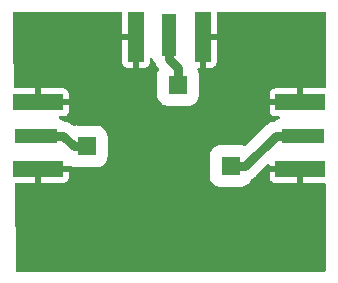
<source format=gbr>
%TF.GenerationSoftware,KiCad,Pcbnew,7.0.1*%
%TF.CreationDate,2023-06-22T18:49:49-04:00*%
%TF.ProjectId,injection-t,696e6a65-6374-4696-9f6e-2d742e6b6963,1*%
%TF.SameCoordinates,Original*%
%TF.FileFunction,Copper,L1,Top*%
%TF.FilePolarity,Positive*%
%FSLAX46Y46*%
G04 Gerber Fmt 4.6, Leading zero omitted, Abs format (unit mm)*
G04 Created by KiCad (PCBNEW 7.0.1) date 2023-06-22 18:49:49*
%MOMM*%
%LPD*%
G01*
G04 APERTURE LIST*
%TA.AperFunction,ComponentPad*%
%ADD10C,1.016000*%
%TD*%
%TA.AperFunction,SMDPad,CuDef*%
%ADD11R,1.524000X1.524000*%
%TD*%
%TA.AperFunction,SMDPad,CuDef*%
%ADD12R,6.731000X4.191000*%
%TD*%
%TA.AperFunction,SMDPad,CuDef*%
%ADD13R,11.176000X5.969000*%
%TD*%
%TA.AperFunction,SMDPad,CuDef*%
%ADD14R,8.636000X3.556000*%
%TD*%
%TA.AperFunction,SMDPad,CuDef*%
%ADD15R,3.556000X1.651000*%
%TD*%
%TA.AperFunction,SMDPad,CuDef*%
%ADD16R,3.429000X5.842000*%
%TD*%
%TA.AperFunction,SMDPad,CuDef*%
%ADD17R,2.540000X4.318000*%
%TD*%
%TA.AperFunction,SMDPad,CuDef*%
%ADD18R,3.600000X1.270000*%
%TD*%
%TA.AperFunction,SMDPad,CuDef*%
%ADD19R,4.200000X1.350000*%
%TD*%
%TA.AperFunction,SMDPad,CuDef*%
%ADD20R,1.270000X3.600000*%
%TD*%
%TA.AperFunction,SMDPad,CuDef*%
%ADD21R,1.350000X4.200000*%
%TD*%
%TA.AperFunction,ViaPad*%
%ADD22C,0.800000*%
%TD*%
%TA.AperFunction,Conductor*%
%ADD23C,0.800000*%
%TD*%
G04 APERTURE END LIST*
D10*
%TO.P,U1,1,GND*%
%TO.N,GND*%
X134753000Y-103602000D03*
D11*
X134753000Y-104872000D03*
D10*
X134753000Y-111222000D03*
X136150000Y-102205000D03*
X136150000Y-104872000D03*
X136150000Y-109952000D03*
X136150000Y-112492000D03*
X136150000Y-114397000D03*
X137293000Y-106142000D03*
X137293000Y-108682000D03*
D12*
X137356500Y-103538500D03*
D10*
X137420000Y-103602000D03*
X137420000Y-113000000D03*
X138690000Y-102205000D03*
X138690000Y-114397000D03*
D13*
X139579000Y-112174500D03*
D10*
X139960000Y-103602000D03*
X139960000Y-113000000D03*
D14*
X140849000Y-107412000D03*
D10*
X140849000Y-108301000D03*
X141230000Y-104745000D03*
X141230000Y-114397000D03*
D15*
X142500000Y-104808500D03*
D10*
X142500000Y-113000000D03*
X143770000Y-104745000D03*
X143770000Y-114397000D03*
X144405000Y-107793000D03*
X144405000Y-110333000D03*
X145040000Y-113000000D03*
X145548000Y-103602000D03*
X145548000Y-106523000D03*
X145548000Y-111603000D03*
D16*
X145992500Y-104364000D03*
D10*
X146310000Y-102205000D03*
X146310000Y-114397000D03*
D17*
X146437000Y-113000000D03*
D10*
X146945000Y-105253000D03*
X146945000Y-112873000D03*
D11*
%TO.P,U1,2,COM*%
%TO.N,Net-(J3-In)*%
X134753000Y-107412000D03*
%TO.P,U1,3,GND*%
%TO.N,GND*%
X134753000Y-109952000D03*
%TO.P,U1,4,GND*%
X134753000Y-112492000D03*
%TO.P,U1,5,GND*%
X137420000Y-114397000D03*
%TO.P,U1,6,GND*%
X139960000Y-114397000D03*
%TO.P,U1,7,GND*%
X142500000Y-114397000D03*
%TO.P,U1,8,GND*%
X145040000Y-114397000D03*
%TO.P,U1,9,GND*%
X146945000Y-111603000D03*
%TO.P,U1,10,HI*%
%TO.N,Net-(J1-In)*%
X146945000Y-109063000D03*
%TO.P,U1,11,GND*%
%TO.N,GND*%
X146945000Y-106523000D03*
%TO.P,U1,12,GND*%
X146945000Y-103983000D03*
%TO.P,U1,13,GND*%
X145040000Y-102205000D03*
%TO.P,U1,14,LO*%
%TO.N,Net-(J2-In)*%
X142500000Y-102205000D03*
%TO.P,U1,15,GND*%
%TO.N,GND*%
X139960000Y-102205000D03*
%TO.P,U1,16,GND*%
X137420000Y-102205000D03*
%TD*%
D18*
%TO.P,J1,1,In*%
%TO.N,Net-(J1-In)*%
X153037500Y-106500000D03*
D19*
%TO.P,J1,2,Ext*%
%TO.N,GND*%
X152837500Y-109325000D03*
X152837500Y-103675000D03*
%TD*%
D18*
%TO.P,J3,1,In*%
%TO.N,Net-(J3-In)*%
X130462500Y-106500000D03*
D19*
%TO.P,J3,2,Ext*%
%TO.N,GND*%
X130662500Y-103675000D03*
X130662500Y-109325000D03*
%TD*%
D20*
%TO.P,J2,1,In*%
%TO.N,Net-(J2-In)*%
X141750000Y-97962500D03*
D21*
%TO.P,J2,2,Ext*%
%TO.N,GND*%
X144575000Y-98162500D03*
X138925000Y-98162500D03*
%TD*%
D22*
%TO.N,GND*%
X132000000Y-114500000D03*
X154000000Y-112500000D03*
X152000000Y-97500000D03*
X136000000Y-97500000D03*
X134000000Y-99500000D03*
X134000000Y-97500000D03*
X150000000Y-97500000D03*
X148000000Y-116500000D03*
X150000000Y-116500000D03*
X136000000Y-116500000D03*
X146000000Y-116500000D03*
X150000000Y-114500000D03*
X152000000Y-112500000D03*
X130000000Y-97500000D03*
X154000000Y-116500000D03*
X154000000Y-101500000D03*
X132000000Y-116500000D03*
X144000000Y-116500000D03*
X132000000Y-112500000D03*
X150000000Y-112500000D03*
X148000000Y-97500000D03*
X154000000Y-97500000D03*
X138000000Y-116500000D03*
X136000000Y-99500000D03*
X134000000Y-116500000D03*
X154000000Y-114500000D03*
X130000000Y-116500000D03*
X152000000Y-116500000D03*
X130000000Y-101500000D03*
X152000000Y-101500000D03*
X150000000Y-99500000D03*
X148000000Y-99500000D03*
X132000000Y-99500000D03*
X130000000Y-99500000D03*
X130000000Y-112500000D03*
X150000000Y-101500000D03*
X132000000Y-101500000D03*
X142000000Y-116500000D03*
X130000000Y-114500000D03*
X154000000Y-99500000D03*
X152000000Y-114500000D03*
X132000000Y-97500000D03*
X152000000Y-99500000D03*
X140000000Y-116500000D03*
%TD*%
D23*
%TO.N,Net-(J1-In)*%
X146945000Y-109063000D02*
X148187000Y-109063000D01*
X150750000Y-106500000D02*
X153037500Y-106500000D01*
X148187000Y-109063000D02*
X150750000Y-106500000D01*
%TO.N,Net-(J2-In)*%
X142500000Y-102205000D02*
X142500000Y-100750000D01*
X141750000Y-100000000D02*
X141750000Y-97962500D01*
X142500000Y-100750000D02*
X141750000Y-100000000D01*
%TO.N,Net-(J3-In)*%
X132750000Y-106500000D02*
X133662000Y-107412000D01*
X133662000Y-107412000D02*
X134753000Y-107412000D01*
X130462500Y-106500000D02*
X132750000Y-106500000D01*
%TD*%
%TA.AperFunction,Conductor*%
%TO.N,GND*%
G36*
X137688000Y-96017113D02*
G01*
X137733387Y-96062500D01*
X137750000Y-96124500D01*
X137750000Y-97912500D01*
X139051000Y-97912500D01*
X139113000Y-97929113D01*
X139158387Y-97974500D01*
X139175000Y-98036500D01*
X139175000Y-100762500D01*
X139647824Y-100762500D01*
X139707375Y-100756097D01*
X139842089Y-100705852D01*
X139957188Y-100619688D01*
X140043352Y-100504589D01*
X140093597Y-100369875D01*
X140100000Y-100310324D01*
X140100000Y-100015316D01*
X140119006Y-99949344D01*
X140170198Y-99903596D01*
X140237884Y-99892096D01*
X140301313Y-99918369D01*
X140341040Y-99974359D01*
X140389211Y-100112022D01*
X140485184Y-100264762D01*
X140590997Y-100370575D01*
X140622581Y-100424318D01*
X140625770Y-100435528D01*
X140634374Y-100452805D01*
X140640946Y-100468670D01*
X140647084Y-100486983D01*
X140686328Y-100557440D01*
X140688998Y-100562506D01*
X140724940Y-100634687D01*
X140736579Y-100650099D01*
X140745949Y-100664480D01*
X140755348Y-100681353D01*
X140755349Y-100681354D01*
X140806866Y-100743394D01*
X140810423Y-100747885D01*
X140848446Y-100798236D01*
X140873115Y-100863304D01*
X140858851Y-100931415D01*
X140794331Y-101052123D01*
X140736208Y-101243729D01*
X140721500Y-101393066D01*
X140721500Y-103016934D01*
X140736208Y-103166270D01*
X140794332Y-103357880D01*
X140830209Y-103425000D01*
X140888722Y-103534469D01*
X140938355Y-103594948D01*
X141015747Y-103689252D01*
X141093139Y-103752765D01*
X141170531Y-103816278D01*
X141257942Y-103863000D01*
X141347119Y-103910667D01*
X141394369Y-103925000D01*
X141538731Y-103968792D01*
X141688066Y-103983500D01*
X143311934Y-103983500D01*
X143461269Y-103968792D01*
X143652880Y-103910667D01*
X143829469Y-103816278D01*
X143984252Y-103689252D01*
X144111278Y-103534469D01*
X144169791Y-103425000D01*
X150237500Y-103425000D01*
X152587500Y-103425000D01*
X152587500Y-102500000D01*
X150689676Y-102500000D01*
X150630124Y-102506402D01*
X150495410Y-102556647D01*
X150380311Y-102642811D01*
X150294147Y-102757910D01*
X150243902Y-102892624D01*
X150237500Y-102952176D01*
X150237500Y-103425000D01*
X144169791Y-103425000D01*
X144205667Y-103357880D01*
X144263792Y-103166269D01*
X144278500Y-103016934D01*
X144278500Y-101393066D01*
X144263792Y-101243731D01*
X144205667Y-101052120D01*
X144205667Y-101052119D01*
X144148385Y-100944953D01*
X144133780Y-100883457D01*
X144151385Y-100822751D01*
X144196624Y-100778609D01*
X144257743Y-100762500D01*
X144325000Y-100762500D01*
X144325000Y-98412500D01*
X144825000Y-98412500D01*
X144825000Y-100762500D01*
X145297824Y-100762500D01*
X145357375Y-100756097D01*
X145492089Y-100705852D01*
X145607188Y-100619688D01*
X145693352Y-100504589D01*
X145743597Y-100369875D01*
X145750000Y-100310324D01*
X145750000Y-98412500D01*
X144825000Y-98412500D01*
X144325000Y-98412500D01*
X144325000Y-98036500D01*
X144341613Y-97974500D01*
X144387000Y-97929113D01*
X144449000Y-97912500D01*
X145750000Y-97912500D01*
X145750000Y-96124500D01*
X145766613Y-96062500D01*
X145812000Y-96017113D01*
X145874000Y-96000500D01*
X154875500Y-96000500D01*
X154937500Y-96017113D01*
X154982887Y-96062500D01*
X154999500Y-96124500D01*
X154999500Y-102376000D01*
X154982887Y-102438000D01*
X154937500Y-102483387D01*
X154875500Y-102500000D01*
X153087500Y-102500000D01*
X153087500Y-103801000D01*
X153070887Y-103863000D01*
X153025500Y-103908387D01*
X152963500Y-103925000D01*
X150237500Y-103925000D01*
X150237500Y-104397824D01*
X150243902Y-104457375D01*
X150294147Y-104592089D01*
X150380311Y-104707188D01*
X150495410Y-104793352D01*
X150630124Y-104843597D01*
X150689676Y-104850000D01*
X150984684Y-104850000D01*
X151050656Y-104869006D01*
X151096404Y-104920198D01*
X151107904Y-104987884D01*
X151081631Y-105051313D01*
X151025640Y-105091040D01*
X150887978Y-105139211D01*
X150887976Y-105139211D01*
X150887976Y-105139212D01*
X150735234Y-105235185D01*
X150700995Y-105269424D01*
X150668588Y-105292741D01*
X150630451Y-105304551D01*
X150614468Y-105306781D01*
X150608776Y-105307442D01*
X150528462Y-105314885D01*
X150509881Y-105320171D01*
X150493091Y-105323713D01*
X150473969Y-105326381D01*
X150397518Y-105352004D01*
X150392050Y-105353697D01*
X150314470Y-105375771D01*
X150297177Y-105384382D01*
X150281318Y-105390951D01*
X150263013Y-105397086D01*
X150192568Y-105436323D01*
X150187505Y-105438992D01*
X150115311Y-105474941D01*
X150099897Y-105486581D01*
X150085518Y-105495950D01*
X150068646Y-105505348D01*
X150006596Y-105556872D01*
X150002109Y-105560426D01*
X149937763Y-105609019D01*
X149883434Y-105668614D01*
X149879479Y-105672756D01*
X148224875Y-107327360D01*
X148167323Y-107359963D01*
X148101198Y-107358340D01*
X148097882Y-107357334D01*
X148097880Y-107357333D01*
X147906269Y-107299208D01*
X147906266Y-107299207D01*
X147756934Y-107284500D01*
X146133066Y-107284500D01*
X145983729Y-107299208D01*
X145792119Y-107357332D01*
X145615532Y-107451721D01*
X145460747Y-107578747D01*
X145333721Y-107733532D01*
X145239332Y-107910119D01*
X145181208Y-108101729D01*
X145166500Y-108251066D01*
X145166500Y-109874934D01*
X145181208Y-110024270D01*
X145239332Y-110215880D01*
X145314864Y-110357188D01*
X145333722Y-110392469D01*
X145375480Y-110443352D01*
X145460747Y-110547252D01*
X145538139Y-110610765D01*
X145615531Y-110674278D01*
X145703825Y-110721472D01*
X145792119Y-110768667D01*
X145875553Y-110793976D01*
X145983731Y-110826792D01*
X146133066Y-110841500D01*
X147756934Y-110841500D01*
X147906269Y-110826792D01*
X148097880Y-110768667D01*
X148274469Y-110674278D01*
X148429252Y-110547252D01*
X148556278Y-110392469D01*
X148650667Y-110215880D01*
X148650666Y-110215880D01*
X148656425Y-110205108D01*
X148656986Y-110205408D01*
X148671746Y-110177501D01*
X148707937Y-110147002D01*
X148744448Y-110126666D01*
X148749464Y-110124020D01*
X148821689Y-110088058D01*
X148837105Y-110076415D01*
X148851469Y-110067055D01*
X148868353Y-110057652D01*
X148930425Y-110006106D01*
X148934863Y-110002591D01*
X148999236Y-109953981D01*
X149053576Y-109894371D01*
X149057510Y-109890251D01*
X149372761Y-109575000D01*
X150237500Y-109575000D01*
X150237500Y-110047824D01*
X150243902Y-110107375D01*
X150294147Y-110242089D01*
X150380311Y-110357188D01*
X150495410Y-110443352D01*
X150630124Y-110493597D01*
X150689676Y-110500000D01*
X152587500Y-110500000D01*
X152587500Y-109575000D01*
X150237500Y-109575000D01*
X149372761Y-109575000D01*
X150025819Y-108921943D01*
X150075182Y-108891693D01*
X150132898Y-108887151D01*
X150186385Y-108909306D01*
X150223985Y-108953329D01*
X150237500Y-109009624D01*
X150237500Y-109075000D01*
X152963500Y-109075000D01*
X153025500Y-109091613D01*
X153070887Y-109137000D01*
X153087500Y-109199000D01*
X153087500Y-110500000D01*
X154875500Y-110500000D01*
X154937500Y-110516613D01*
X154982887Y-110562000D01*
X154999500Y-110624000D01*
X154999500Y-117875500D01*
X154982887Y-117937500D01*
X154937500Y-117982887D01*
X154875500Y-117999500D01*
X128872593Y-117999500D01*
X128811000Y-117983121D01*
X128765679Y-117938312D01*
X128748601Y-117876909D01*
X128666198Y-110625409D01*
X128682336Y-110562815D01*
X128727784Y-110516848D01*
X128790190Y-110500000D01*
X130412500Y-110500000D01*
X130412500Y-109575000D01*
X130912500Y-109575000D01*
X130912500Y-110500000D01*
X132810324Y-110500000D01*
X132869875Y-110493597D01*
X133004589Y-110443352D01*
X133119688Y-110357188D01*
X133205852Y-110242089D01*
X133256097Y-110107375D01*
X133262500Y-110047824D01*
X133262500Y-109575000D01*
X130912500Y-109575000D01*
X130412500Y-109575000D01*
X130412500Y-109199000D01*
X130429113Y-109137000D01*
X130474500Y-109091613D01*
X130536500Y-109075000D01*
X133262498Y-109075000D01*
X133287267Y-109050231D01*
X133331269Y-109021860D01*
X133383059Y-109014177D01*
X133433400Y-109028553D01*
X133600120Y-109117667D01*
X133791731Y-109175792D01*
X133941066Y-109190500D01*
X135564934Y-109190500D01*
X135714269Y-109175792D01*
X135905880Y-109117667D01*
X136082469Y-109023278D01*
X136237252Y-108896252D01*
X136364278Y-108741469D01*
X136458667Y-108564880D01*
X136516792Y-108373269D01*
X136531500Y-108223934D01*
X136531500Y-106600066D01*
X136516792Y-106450731D01*
X136458667Y-106259120D01*
X136458667Y-106259119D01*
X136411472Y-106170825D01*
X136364278Y-106082531D01*
X136300764Y-106005139D01*
X136237252Y-105927747D01*
X136142948Y-105850355D01*
X136082469Y-105800722D01*
X136071065Y-105794626D01*
X135905880Y-105706332D01*
X135714270Y-105648208D01*
X135564934Y-105633500D01*
X133941066Y-105633500D01*
X133791731Y-105648207D01*
X133714838Y-105671533D01*
X133645942Y-105672428D01*
X133587205Y-105636409D01*
X133562234Y-105609016D01*
X133497885Y-105560423D01*
X133493394Y-105556866D01*
X133431354Y-105505349D01*
X133431353Y-105505348D01*
X133414480Y-105495949D01*
X133400099Y-105486579D01*
X133384687Y-105474940D01*
X133312506Y-105438998D01*
X133307440Y-105436328D01*
X133289032Y-105426075D01*
X133236985Y-105397085D01*
X133236981Y-105397083D01*
X133236980Y-105397083D01*
X133218667Y-105390944D01*
X133202807Y-105384375D01*
X133185525Y-105375769D01*
X133107950Y-105353697D01*
X133102481Y-105352004D01*
X133097746Y-105350417D01*
X133026033Y-105326382D01*
X133026029Y-105326381D01*
X133026028Y-105326381D01*
X133006913Y-105323714D01*
X132990118Y-105320171D01*
X132971538Y-105314885D01*
X132891223Y-105307442D01*
X132885530Y-105306781D01*
X132869547Y-105304551D01*
X132831409Y-105292740D01*
X132799001Y-105269422D01*
X132764764Y-105235185D01*
X132702367Y-105195978D01*
X132612022Y-105139211D01*
X132474359Y-105091040D01*
X132418369Y-105051313D01*
X132392096Y-104987884D01*
X132403596Y-104920198D01*
X132449344Y-104869006D01*
X132515316Y-104850000D01*
X132810324Y-104850000D01*
X132869875Y-104843597D01*
X133004589Y-104793352D01*
X133119688Y-104707188D01*
X133205852Y-104592089D01*
X133256097Y-104457375D01*
X133262500Y-104397824D01*
X133262500Y-103925000D01*
X130536500Y-103925000D01*
X130474500Y-103908387D01*
X130429113Y-103863000D01*
X130412500Y-103801000D01*
X130412500Y-102500000D01*
X130912500Y-102500000D01*
X130912500Y-103425000D01*
X133262500Y-103425000D01*
X133262500Y-102952176D01*
X133256097Y-102892624D01*
X133205852Y-102757910D01*
X133119688Y-102642811D01*
X133004589Y-102556647D01*
X132869875Y-102506402D01*
X132810324Y-102500000D01*
X130912500Y-102500000D01*
X130412500Y-102500000D01*
X128696463Y-102500000D01*
X128634870Y-102483621D01*
X128589549Y-102438812D01*
X128572471Y-102377409D01*
X128527415Y-98412500D01*
X137750000Y-98412500D01*
X137750000Y-100310324D01*
X137756402Y-100369875D01*
X137806647Y-100504589D01*
X137892811Y-100619688D01*
X138007910Y-100705852D01*
X138142624Y-100756097D01*
X138202176Y-100762500D01*
X138675000Y-100762500D01*
X138675000Y-98412500D01*
X137750000Y-98412500D01*
X128527415Y-98412500D01*
X128501431Y-96125909D01*
X128517569Y-96063315D01*
X128563017Y-96017348D01*
X128625423Y-96000500D01*
X137626000Y-96000500D01*
X137688000Y-96017113D01*
G37*
%TD.AperFunction*%
%TD*%
M02*

</source>
